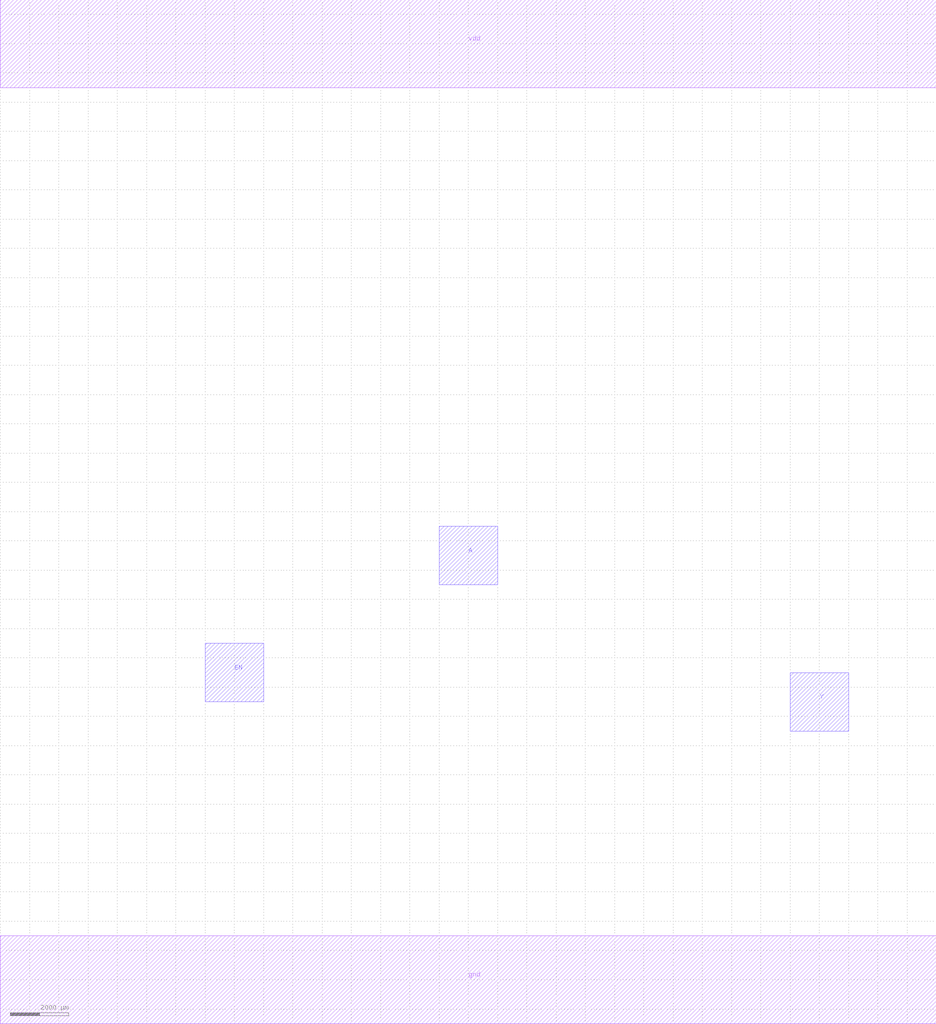
<source format=lef>
MACRO TBUFX1
 CLASS CORE ;
 ORIGIN 0 0 ;
 FOREIGN TBUFX1 0 0 ;
 SITE CORE ;
 SYMMETRY X Y R90 ;
  PIN vdd
   DIRECTION INOUT ;
   USE SIGNAL ;
   SHAPE ABUTMENT ;
    PORT
     CLASS CORE ;
       LAYER metal1 ;
        RECT 0.00000000 30500.00000000 32000.00000000 33500.00000000 ;
    END
  END vdd

  PIN gnd
   DIRECTION INOUT ;
   USE SIGNAL ;
   SHAPE ABUTMENT ;
    PORT
     CLASS CORE ;
       LAYER metal1 ;
        RECT 0.00000000 -1500.00000000 32000.00000000 1500.00000000 ;
    END
  END gnd

  PIN EN
   DIRECTION INOUT ;
   USE SIGNAL ;
   SHAPE ABUTMENT ;
    PORT
     CLASS CORE ;
       LAYER metal2 ;
        RECT 7000.00000000 9500.00000000 9000.00000000 11500.00000000 ;
    END
  END EN

  PIN A
   DIRECTION INOUT ;
   USE SIGNAL ;
   SHAPE ABUTMENT ;
    PORT
     CLASS CORE ;
       LAYER metal2 ;
        RECT 15000.00000000 13500.00000000 17000.00000000 15500.00000000 ;
    END
  END A

  PIN Y
   DIRECTION INOUT ;
   USE SIGNAL ;
   SHAPE ABUTMENT ;
    PORT
     CLASS CORE ;
       LAYER metal2 ;
        RECT 27000.00000000 8500.00000000 29000.00000000 10500.00000000 ;
    END
  END Y


END TBUFX1

</source>
